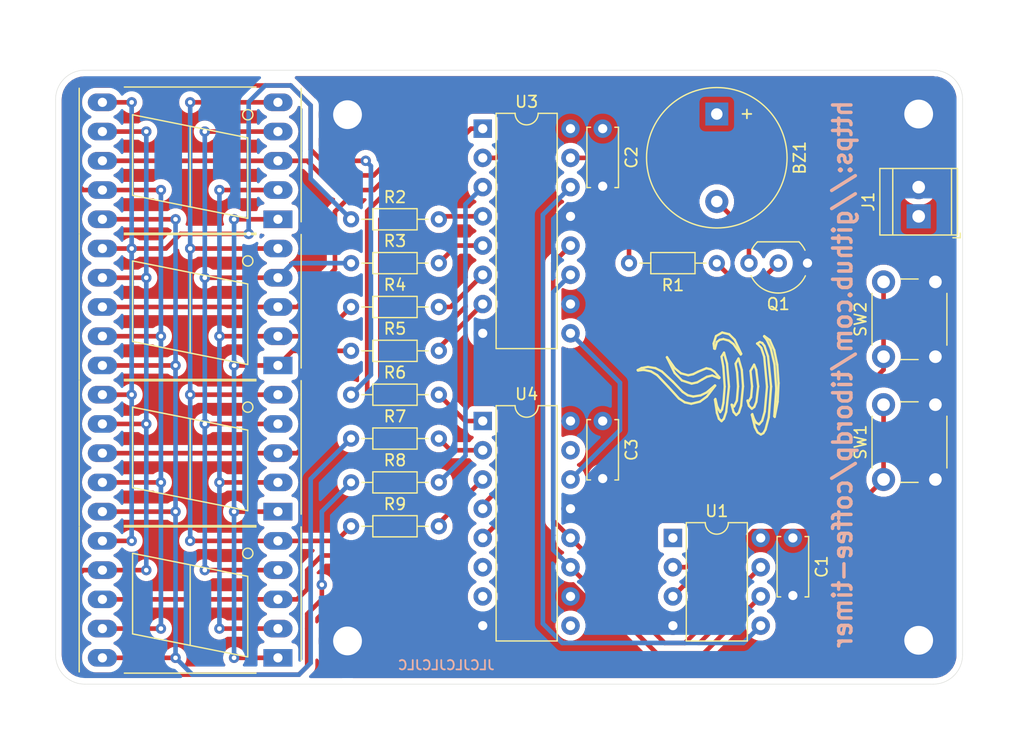
<source format=kicad_pcb>
(kicad_pcb (version 20171130) (host pcbnew "(5.1.8-0-10_14)")
  (title_block (title "Coffee Timer") (date 2021-01-07) (rev 1) (company "Tibor Djurica Potpara"))
  (layers (0 Front signal) (31 Back signal) (34 B.Paste user) (35 F.Paste user) (36 B.SilkS user) (37 F.SilkS user) (38 B.Mask user) (39 F.Mask user) (44 Edge.Cuts user))
  (net 0 "")
  (net 1 "Net-(BZ1-Pad2)")
  (net 2 VCC)
  (net 3 GND)
  (net 4 "Net-(Q1-Pad2)")
  (net 5 BUZZER_OUT)
  (net 6 LED_D)
  (net 7 LED_E)
  (net 8 LED_C)
  (net 9 LED_F)
  (net 10 LED_B)
  (net 11 LED_G)
  (net 12 LED_A)
  (net 13 BUTTON1_IN)
  (net 14 BUTTON2_IN)
  (net 15 LATCH_CLK)
  (net 16 SR_CLK)
  (net 17 SR_DATA)
  (net 18 LED_CAT_1)
  (net 19 LED_CAT_2)
  (net 20 LED_CAT_3)
  (net 21 LED_CAT_4)
  (net 22 "Net-(U3-Pad9)")
  (net 23 "Net-(U1-Pad1)")
  (net 24 "Net-(U4-Pad15)")
  (net 25 "Net-(U4-Pad7)")
  (net 26 "Net-(U4-Pad6)")
  (net 27 "Net-(U4-Pad9)")
  (net 28 LED_E_OUT)
  (net 29 LED_D_OUT)
  (net 30 LED_C_OUT)
  (net 31 LED_DP_OUT)
  (net 32 LED_B_OUT)
  (net 33 LED_A_OUT)
  (net 34 LED_F_OUT)
  (net 35 LED_G_OUT)
  (net 36 LED_DP)
  (module Package_TO_SOT_THT:TO-92_Inline_Wide (layer Front) (at 179.324 91.44 180)
    (fp_text reference Q1 (at 2.54 -3.56) (layer F.SilkS))
    (fp_text value PN2222A)
    (pad 1 thru_hole rect (at 0 0 180) (size 1.5 1.5) (drill 0.8) (layers *.Cu *.Mask) (net 3 GND))
    (pad 3 thru_hole circle (at 5.08 0 180) (size 1.5 1.5) (drill 0.8) (layers *.Cu *.Mask) (net 1 "Net-(BZ1-Pad2)"))
    (pad 2 thru_hole circle (at 2.54 0 180) (size 1.5 1.5) (drill 0.8) (layers *.Cu *.Mask) (net 4 "Net-(Q1-Pad2)"))
  )
  (module Button_Switch_THT:SW_PUSH_6mm (layer Front) (at 185.928 110.236 90)
    (fp_text reference SW1 (at 3.25 -2 90) (layer F.SilkS))
    (fp_text value SW_Push)
    (pad 1 thru_hole circle (at 6.5 0 180) (size 2 2) (drill 1.1) (layers *.Cu *.Mask) (net 13 BUTTON1_IN))
    (pad 2 thru_hole circle (at 6.5 4.5 180) (size 2 2) (drill 1.1) (layers *.Cu *.Mask) (net 3 GND))
    (pad 1 thru_hole circle (at 0 0 180) (size 2 2) (drill 1.1) (layers *.Cu *.Mask) (net 13 BUTTON1_IN))
    (pad 2 thru_hole circle (at 0 4.5 180) (size 2 2) (drill 1.1) (layers *.Cu *.Mask) (net 3 GND))
  )
  (module TerminalBlock_TE-Connectivity:TerminalBlock_TE_282834-2_1x02_P2.54mm_Horizontal (layer Front) (at 188.976 87.376 90)
    (fp_text reference J1 (at 1.27 -4.37 90) (layer F.SilkS))
    (fp_text value Screw_Terminal_01x02)
    (pad 2 thru_hole circle (at 2.54 0 90) (size 2.1 2.1) (drill 1.1) (layers *.Cu *.Mask) (net 3 GND))
    (pad 1 thru_hole rect (at 0 0 90) (size 2.1 2.1) (drill 1.1) (layers *.Cu *.Mask) (net 2 VCC))
  )
  (module Display_7Segment:7SegmentLED_LTS6760_LTS6780 (layer Front) (at 133.35 87.63 180)
    (fp_text reference AFF4 hide)
    (fp_text value LTS-6980HR)
    (pad 1 thru_hole rect (at 0 0 90) (size 1.524 2.524) (drill 0.8) (layers *.Cu *.Mask) (net 28 LED_E_OUT))
    (pad 2 thru_hole oval (at 0 2.54 90) (size 1.524 2.524) (drill 0.8) (layers *.Cu *.Mask) (net 29 LED_D_OUT))
    (pad 3 thru_hole oval (at 0 5.08 90) (size 1.524 2.524) (drill 0.8) (layers *.Cu *.Mask) (net 21 LED_CAT_4))
    (pad 4 thru_hole oval (at 0 7.62 90) (size 1.524 2.524) (drill 0.8) (layers *.Cu *.Mask) (net 30 LED_C_OUT))
    (pad 5 thru_hole oval (at 0 10.16 90) (size 1.524 2.524) (drill 0.8) (layers *.Cu *.Mask) (net 31 LED_DP_OUT))
    (pad 6 thru_hole oval (at 15.24 10.16 90) (size 1.524 2.524) (drill 0.8) (layers *.Cu *.Mask) (net 32 LED_B_OUT))
    (pad 7 thru_hole oval (at 15.24 7.62 90) (size 1.524 2.524) (drill 0.8) (layers *.Cu *.Mask) (net 33 LED_A_OUT))
    (pad 8 thru_hole oval (at 15.24 5.08 90) (size 1.524 2.524) (drill 0.8) (layers *.Cu *.Mask) (net 21 LED_CAT_4))
    (pad 9 thru_hole oval (at 15.24 2.54 90) (size 1.524 2.524) (drill 0.8) (layers *.Cu *.Mask) (net 34 LED_F_OUT))
    (pad 10 thru_hole oval (at 15.24 0 90) (size 1.524 2.524) (drill 0.8) (layers *.Cu *.Mask) (net 35 LED_G_OUT))
  )
  (module Display_7Segment:7SegmentLED_LTS6760_LTS6780 (layer Front) (at 133.35 100.33 180)
    (fp_text reference AFF3 hide)
    (fp_text value LTS-6980HR)
    (pad 1 thru_hole rect (at 0 0 90) (size 1.524 2.524) (drill 0.8) (layers *.Cu *.Mask) (net 28 LED_E_OUT))
    (pad 2 thru_hole oval (at 0 2.54 90) (size 1.524 2.524) (drill 0.8) (layers *.Cu *.Mask) (net 29 LED_D_OUT))
    (pad 3 thru_hole oval (at 0 5.08 90) (size 1.524 2.524) (drill 0.8) (layers *.Cu *.Mask) (net 20 LED_CAT_3))
    (pad 4 thru_hole oval (at 0 7.62 90) (size 1.524 2.524) (drill 0.8) (layers *.Cu *.Mask) (net 30 LED_C_OUT))
    (pad 5 thru_hole oval (at 0 10.16 90) (size 1.524 2.524) (drill 0.8) (layers *.Cu *.Mask) (net 31 LED_DP_OUT))
    (pad 6 thru_hole oval (at 15.24 10.16 90) (size 1.524 2.524) (drill 0.8) (layers *.Cu *.Mask) (net 32 LED_B_OUT))
    (pad 7 thru_hole oval (at 15.24 7.62 90) (size 1.524 2.524) (drill 0.8) (layers *.Cu *.Mask) (net 33 LED_A_OUT))
    (pad 8 thru_hole oval (at 15.24 5.08 90) (size 1.524 2.524) (drill 0.8) (layers *.Cu *.Mask) (net 20 LED_CAT_3))
    (pad 9 thru_hole oval (at 15.24 2.54 90) (size 1.524 2.524) (drill 0.8) (layers *.Cu *.Mask) (net 34 LED_F_OUT))
    (pad 10 thru_hole oval (at 15.24 0 90) (size 1.524 2.524) (drill 0.8) (layers *.Cu *.Mask) (net 35 LED_G_OUT))
  )
  (module Resistor_THT:R_Axial_DIN0204_L3.6mm_D1.6mm_P7.62mm_Horizontal (layer Front) (at 139.7 114.3)
    (fp_text reference R9 (at 3.81 -1.92) (layer F.SilkS))
    (fp_text value 220R)
    (pad 2 thru_hole oval (at 7.62 0) (size 1.4 1.4) (drill 0.7) (layers *.Cu *.Mask) (net 36 LED_DP))
    (pad 1 thru_hole circle (at 0 0) (size 1.4 1.4) (drill 0.7) (layers *.Cu *.Mask) (net 31 LED_DP_OUT))
  )
  (module Resistor_THT:R_Axial_DIN0204_L3.6mm_D1.6mm_P7.62mm_Horizontal (layer Front) (at 139.7 106.68)
    (fp_text reference R7 (at 3.81 -1.92) (layer F.SilkS))
    (fp_text value 220R)
    (pad 2 thru_hole oval (at 7.62 0) (size 1.4 1.4) (drill 0.7) (layers *.Cu *.Mask) (net 11 LED_G))
    (pad 1 thru_hole circle (at 0 0) (size 1.4 1.4) (drill 0.7) (layers *.Cu *.Mask) (net 35 LED_G_OUT))
  )
  (module Resistor_THT:R_Axial_DIN0204_L3.6mm_D1.6mm_P7.62mm_Horizontal (layer Front) (at 139.7 102.87)
    (fp_text reference R6 (at 3.81 -1.92) (layer F.SilkS))
    (fp_text value 220R)
    (pad 2 thru_hole oval (at 7.62 0) (size 1.4 1.4) (drill 0.7) (layers *.Cu *.Mask) (net 9 LED_F))
    (pad 1 thru_hole circle (at 0 0) (size 1.4 1.4) (drill 0.7) (layers *.Cu *.Mask) (net 34 LED_F_OUT))
  )
  (module Resistor_THT:R_Axial_DIN0204_L3.6mm_D1.6mm_P7.62mm_Horizontal (layer Front) (at 139.7 99.06)
    (fp_text reference R5 (at 3.81 -1.92) (layer F.SilkS))
    (fp_text value 220R)
    (pad 2 thru_hole oval (at 7.62 0) (size 1.4 1.4) (drill 0.7) (layers *.Cu *.Mask) (net 7 LED_E))
    (pad 1 thru_hole circle (at 0 0) (size 1.4 1.4) (drill 0.7) (layers *.Cu *.Mask) (net 28 LED_E_OUT))
  )
  (module Resistor_THT:R_Axial_DIN0204_L3.6mm_D1.6mm_P7.62mm_Horizontal (layer Front) (at 139.7 95.25)
    (fp_text reference R4 (at 3.81 -1.92) (layer F.SilkS))
    (fp_text value 220R)
    (pad 2 thru_hole oval (at 7.62 0) (size 1.4 1.4) (drill 0.7) (layers *.Cu *.Mask) (net 6 LED_D))
    (pad 1 thru_hole circle (at 0 0) (size 1.4 1.4) (drill 0.7) (layers *.Cu *.Mask) (net 29 LED_D_OUT))
  )
  (module Resistor_THT:R_Axial_DIN0204_L3.6mm_D1.6mm_P7.62mm_Horizontal (layer Front) (at 139.7 91.44)
    (fp_text reference R3 (at 3.81 -1.92) (layer F.SilkS))
    (fp_text value 220R)
    (pad 2 thru_hole oval (at 7.62 0) (size 1.4 1.4) (drill 0.7) (layers *.Cu *.Mask) (net 8 LED_C))
    (pad 1 thru_hole circle (at 0 0) (size 1.4 1.4) (drill 0.7) (layers *.Cu *.Mask) (net 30 LED_C_OUT))
  )
  (module Resistor_THT:R_Axial_DIN0204_L3.6mm_D1.6mm_P7.62mm_Horizontal (layer Front) (at 139.7 87.63)
    (fp_text reference R2 (at 3.81 -1.92) (layer F.SilkS))
    (fp_text value 220R)
    (pad 2 thru_hole oval (at 7.62 0) (size 1.4 1.4) (drill 0.7) (layers *.Cu *.Mask) (net 10 LED_B))
    (pad 1 thru_hole circle (at 0 0) (size 1.4 1.4) (drill 0.7) (layers *.Cu *.Mask) (net 32 LED_B_OUT))
  )
  (module Display_7Segment:7SegmentLED_LTS6760_LTS6780 (layer Front) (at 133.35 113.03 180)
    (fp_text reference AFF2 hide)
    (fp_text value LTS-6980HR)
    (pad 1 thru_hole rect (at 0 0 90) (size 1.524 2.524) (drill 0.8) (layers *.Cu *.Mask) (net 28 LED_E_OUT))
    (pad 2 thru_hole oval (at 0 2.54 90) (size 1.524 2.524) (drill 0.8) (layers *.Cu *.Mask) (net 29 LED_D_OUT))
    (pad 3 thru_hole oval (at 0 5.08 90) (size 1.524 2.524) (drill 0.8) (layers *.Cu *.Mask) (net 19 LED_CAT_2))
    (pad 4 thru_hole oval (at 0 7.62 90) (size 1.524 2.524) (drill 0.8) (layers *.Cu *.Mask) (net 30 LED_C_OUT))
    (pad 5 thru_hole oval (at 0 10.16 90) (size 1.524 2.524) (drill 0.8) (layers *.Cu *.Mask) (net 31 LED_DP_OUT))
    (pad 6 thru_hole oval (at 15.24 10.16 90) (size 1.524 2.524) (drill 0.8) (layers *.Cu *.Mask) (net 32 LED_B_OUT))
    (pad 7 thru_hole oval (at 15.24 7.62 90) (size 1.524 2.524) (drill 0.8) (layers *.Cu *.Mask) (net 33 LED_A_OUT))
    (pad 8 thru_hole oval (at 15.24 5.08 90) (size 1.524 2.524) (drill 0.8) (layers *.Cu *.Mask) (net 19 LED_CAT_2))
    (pad 9 thru_hole oval (at 15.24 2.54 90) (size 1.524 2.524) (drill 0.8) (layers *.Cu *.Mask) (net 34 LED_F_OUT))
    (pad 10 thru_hole oval (at 15.24 0 90) (size 1.524 2.524) (drill 0.8) (layers *.Cu *.Mask) (net 35 LED_G_OUT))
  )
  (module Display_7Segment:7SegmentLED_LTS6760_LTS6780 (layer Front) (at 133.35 125.73 180)
    (fp_text reference AFF1 hide)
    (fp_text value LTS-6980HR)
    (pad 1 thru_hole rect (at 0 0 90) (size 1.524 2.524) (drill 0.8) (layers *.Cu *.Mask) (net 28 LED_E_OUT))
    (pad 2 thru_hole oval (at 0 2.54 90) (size 1.524 2.524) (drill 0.8) (layers *.Cu *.Mask) (net 29 LED_D_OUT))
    (pad 3 thru_hole oval (at 0 5.08 90) (size 1.524 2.524) (drill 0.8) (layers *.Cu *.Mask) (net 18 LED_CAT_1))
    (pad 4 thru_hole oval (at 0 7.62 90) (size 1.524 2.524) (drill 0.8) (layers *.Cu *.Mask) (net 30 LED_C_OUT))
    (pad 5 thru_hole oval (at 0 10.16 90) (size 1.524 2.524) (drill 0.8) (layers *.Cu *.Mask) (net 31 LED_DP_OUT))
    (pad 6 thru_hole oval (at 15.24 10.16 90) (size 1.524 2.524) (drill 0.8) (layers *.Cu *.Mask) (net 32 LED_B_OUT))
    (pad 7 thru_hole oval (at 15.24 7.62 90) (size 1.524 2.524) (drill 0.8) (layers *.Cu *.Mask) (net 33 LED_A_OUT))
    (pad 8 thru_hole oval (at 15.24 5.08 90) (size 1.524 2.524) (drill 0.8) (layers *.Cu *.Mask) (net 18 LED_CAT_1))
    (pad 9 thru_hole oval (at 15.24 2.54 90) (size 1.524 2.524) (drill 0.8) (layers *.Cu *.Mask) (net 34 LED_F_OUT))
    (pad 10 thru_hole oval (at 15.24 0 90) (size 1.524 2.524) (drill 0.8) (layers *.Cu *.Mask) (net 35 LED_G_OUT))
  )
  (module Package_DIP:DIP-16_W7.62mm (layer Front) (at 151.13 79.756)
    (fp_text reference U3 (at 3.81 -2.33) (layer F.SilkS))
    (fp_text value 74HC595)
    (pad 16 thru_hole oval (at 7.62 0) (size 1.6 1.6) (drill 0.8) (layers *.Cu *.Mask) (net 2 VCC))
    (pad 8 thru_hole oval (at 0 17.78) (size 1.6 1.6) (drill 0.8) (layers *.Cu *.Mask) (net 3 GND))
    (pad 15 thru_hole oval (at 7.62 2.54) (size 1.6 1.6) (drill 0.8) (layers *.Cu *.Mask) (net 5 BUZZER_OUT))
    (pad 7 thru_hole oval (at 0 15.24) (size 1.6 1.6) (drill 0.8) (layers *.Cu *.Mask) (net 7 LED_E))
    (pad 14 thru_hole oval (at 7.62 5.08) (size 1.6 1.6) (drill 0.8) (layers *.Cu *.Mask) (net 17 SR_DATA))
    (pad 6 thru_hole oval (at 0 12.7) (size 1.6 1.6) (drill 0.8) (layers *.Cu *.Mask) (net 6 LED_D))
    (pad 13 thru_hole oval (at 7.62 7.62) (size 1.6 1.6) (drill 0.8) (layers *.Cu *.Mask) (net 3 GND))
    (pad 5 thru_hole oval (at 0 10.16) (size 1.6 1.6) (drill 0.8) (layers *.Cu *.Mask) (net 8 LED_C))
    (pad 12 thru_hole oval (at 7.62 10.16) (size 1.6 1.6) (drill 0.8) (layers *.Cu *.Mask) (net 15 LATCH_CLK))
    (pad 4 thru_hole oval (at 0 7.62) (size 1.6 1.6) (drill 0.8) (layers *.Cu *.Mask) (net 10 LED_B))
    (pad 11 thru_hole oval (at 7.62 12.7) (size 1.6 1.6) (drill 0.8) (layers *.Cu *.Mask) (net 16 SR_CLK))
    (pad 3 thru_hole oval (at 0 5.08) (size 1.6 1.6) (drill 0.8) (layers *.Cu *.Mask) (net 12 LED_A))
    (pad 10 thru_hole oval (at 7.62 15.24) (size 1.6 1.6) (drill 0.8) (layers *.Cu *.Mask) (net 2 VCC))
    (pad 2 thru_hole oval (at 0 2.54) (size 1.6 1.6) (drill 0.8) (layers *.Cu *.Mask) (net 19 LED_CAT_2))
    (pad 9 thru_hole oval (at 7.62 17.78) (size 1.6 1.6) (drill 0.8) (layers *.Cu *.Mask) (net 22 "Net-(U3-Pad9)"))
    (pad 1 thru_hole rect (at 0 0) (size 1.6 1.6) (drill 0.8) (layers *.Cu *.Mask) (net 18 LED_CAT_1))
  )
  (module MountingHole:MountingHole_2.5mm_Pad_TopBottom (layer Front) (at 139.390175 78.541825)
    (fp_text reference H4 hide)
    (fp_text value MountingHole_Pad)
    (pad 1 connect circle (at 0 0) (size 5 5) (layers Back B.Mask) (net 3 GND))
    (pad 1 connect circle (at 0 0) (size 5 5) (layers Front F.Mask) (net 3 GND))
    (pad 1 thru_hole circle (at 0 0) (size 2.9 2.9) (drill 2.5) (layers *.Cu *.Mask) (net 3 GND))
  )
  (module MountingHole:MountingHole_2.5mm_Pad_TopBottom (layer Front) (at 188.976 78.486)
    (fp_text reference H3 hide)
    (fp_text value MountingHole_Pad)
    (pad 1 connect circle (at 0 0) (size 5 5) (layers Back B.Mask) (net 3 GND))
    (pad 1 connect circle (at 0 0) (size 5 5) (layers Front F.Mask) (net 3 GND))
    (pad 1 thru_hole circle (at 0 0) (size 2.9 2.9) (drill 2.5) (layers *.Cu *.Mask) (net 3 GND))
  )
  (module MountingHole:MountingHole_2.5mm_Pad_TopBottom (layer Front) (at 139.390175 124.261825)
    (fp_text reference H2 hide)
    (fp_text value MountingHole_Pad)
    (pad 1 connect circle (at 0 0) (size 5 5) (layers Back B.Mask) (net 3 GND))
    (pad 1 connect circle (at 0 0) (size 5 5) (layers Front F.Mask) (net 3 GND))
    (pad 1 thru_hole circle (at 0 0) (size 2.9 2.9) (drill 2.5) (layers *.Cu *.Mask) (net 3 GND))
  )
  (module MountingHole:MountingHole_2.5mm_Pad_TopBottom (layer Front) (at 188.976 124.206)
    (fp_text reference H1 hide)
    (fp_text value MountingHole_Pad)
    (pad 1 connect circle (at 0 0) (size 5 5) (layers Back B.Mask) (net 3 GND))
    (pad 1 connect circle (at 0 0) (size 5 5) (layers Front F.Mask) (net 3 GND))
    (pad 1 thru_hole circle (at 0 0) (size 2.9 2.9) (drill 2.5) (layers *.Cu *.Mask) (net 3 GND))
  )
  (module Resistor_THT:R_Axial_DIN0204_L3.6mm_D1.6mm_P7.62mm_Horizontal (layer Front) (at 139.7 110.49)
    (fp_text reference R8 (at 3.81 -1.92) (layer F.SilkS))
    (fp_text value 220R)
    (pad 2 thru_hole oval (at 7.62 0) (size 1.4 1.4) (drill 0.7) (layers *.Cu *.Mask) (net 12 LED_A))
    (pad 1 thru_hole circle (at 0 0) (size 1.4 1.4) (drill 0.7) (layers *.Cu *.Mask) (net 33 LED_A_OUT))
  )
  (module Resistor_THT:R_Axial_DIN0204_L3.6mm_D1.6mm_P7.62mm_Horizontal (layer Front) (at 171.45 91.44 180)
    (fp_text reference R1 (at 3.81 -1.92) (layer F.SilkS))
    (fp_text value 100R)
    (pad 2 thru_hole oval (at 7.62 0 180) (size 1.4 1.4) (drill 0.7) (layers *.Cu *.Mask) (net 5 BUZZER_OUT))
    (pad 1 thru_hole circle (at 0 0 180) (size 1.4 1.4) (drill 0.7) (layers *.Cu *.Mask) (net 4 "Net-(Q1-Pad2)"))
  )
  (module Package_DIP:DIP-16_W7.62mm (layer Front) (at 151.13 105.156)
    (fp_text reference U4 (at 3.81 -2.33) (layer F.SilkS))
    (fp_text value 74HC595)
    (pad 16 thru_hole oval (at 7.62 0) (size 1.6 1.6) (drill 0.8) (layers *.Cu *.Mask) (net 2 VCC))
    (pad 8 thru_hole oval (at 0 17.78) (size 1.6 1.6) (drill 0.8) (layers *.Cu *.Mask) (net 3 GND))
    (pad 15 thru_hole oval (at 7.62 2.54) (size 1.6 1.6) (drill 0.8) (layers *.Cu *.Mask) (net 24 "Net-(U4-Pad15)"))
    (pad 7 thru_hole oval (at 0 15.24) (size 1.6 1.6) (drill 0.8) (layers *.Cu *.Mask) (net 25 "Net-(U4-Pad7)"))
    (pad 14 thru_hole oval (at 7.62 5.08) (size 1.6 1.6) (drill 0.8) (layers *.Cu *.Mask) (net 22 "Net-(U3-Pad9)"))
    (pad 6 thru_hole oval (at 0 12.7) (size 1.6 1.6) (drill 0.8) (layers *.Cu *.Mask) (net 26 "Net-(U4-Pad6)"))
    (pad 13 thru_hole oval (at 7.62 7.62) (size 1.6 1.6) (drill 0.8) (layers *.Cu *.Mask) (net 3 GND))
    (pad 5 thru_hole oval (at 0 10.16) (size 1.6 1.6) (drill 0.8) (layers *.Cu *.Mask) (net 21 LED_CAT_4))
    (pad 12 thru_hole oval (at 7.62 10.16) (size 1.6 1.6) (drill 0.8) (layers *.Cu *.Mask) (net 15 LATCH_CLK))
    (pad 4 thru_hole oval (at 0 7.62) (size 1.6 1.6) (drill 0.8) (layers *.Cu *.Mask) (net 20 LED_CAT_3))
    (pad 11 thru_hole oval (at 7.62 12.7) (size 1.6 1.6) (drill 0.8) (layers *.Cu *.Mask) (net 16 SR_CLK))
    (pad 3 thru_hole oval (at 0 5.08) (size 1.6 1.6) (drill 0.8) (layers *.Cu *.Mask) (net 36 LED_DP))
    (pad 10 thru_hole oval (at 7.62 15.24) (size 1.6 1.6) (drill 0.8) (layers *.Cu *.Mask) (net 2 VCC))
    (pad 2 thru_hole oval (at 0 2.54) (size 1.6 1.6) (drill 0.8) (layers *.Cu *.Mask) (net 11 LED_G))
    (pad 9 thru_hole oval (at 7.62 17.78) (size 1.6 1.6) (drill 0.8) (layers *.Cu *.Mask) (net 27 "Net-(U4-Pad9)"))
    (pad 1 thru_hole rect (at 0 0) (size 1.6 1.6) (drill 0.8) (layers *.Cu *.Mask) (net 9 LED_F))
  )
  (module Package_DIP:DIP-8_W7.62mm (layer Front) (at 167.64 115.316)
    (fp_text reference U1 (at 3.81 -2.33) (layer F.SilkS))
    (fp_text value ATtiny85-20PU)
    (pad 8 thru_hole oval (at 7.62 0) (size 1.6 1.6) (drill 0.8) (layers *.Cu *.Mask) (net 2 VCC))
    (pad 4 thru_hole oval (at 0 7.62) (size 1.6 1.6) (drill 0.8) (layers *.Cu *.Mask) (net 3 GND))
    (pad 7 thru_hole oval (at 7.62 2.54) (size 1.6 1.6) (drill 0.8) (layers *.Cu *.Mask) (net 15 LATCH_CLK))
    (pad 3 thru_hole oval (at 0 5.08) (size 1.6 1.6) (drill 0.8) (layers *.Cu *.Mask) (net 13 BUTTON1_IN))
    (pad 6 thru_hole oval (at 7.62 5.08) (size 1.6 1.6) (drill 0.8) (layers *.Cu *.Mask) (net 16 SR_CLK))
    (pad 2 thru_hole oval (at 0 2.54) (size 1.6 1.6) (drill 0.8) (layers *.Cu *.Mask) (net 14 BUTTON2_IN))
    (pad 5 thru_hole oval (at 7.62 7.62) (size 1.6 1.6) (drill 0.8) (layers *.Cu *.Mask) (net 17 SR_DATA))
    (pad 1 thru_hole rect (at 0 0) (size 1.6 1.6) (drill 0.8) (layers *.Cu *.Mask) (net 23 "Net-(U1-Pad1)"))
  )
  (module Button_Switch_THT:SW_PUSH_6mm (layer Front) (at 185.928 99.568 90)
    (fp_text reference SW2 (at 3.25 -2 90) (layer F.SilkS))
    (fp_text value SW_Push)
    (pad 1 thru_hole circle (at 6.5 0 180) (size 2 2) (drill 1.1) (layers *.Cu *.Mask) (net 14 BUTTON2_IN))
    (pad 2 thru_hole circle (at 6.5 4.5 180) (size 2 2) (drill 1.1) (layers *.Cu *.Mask) (net 3 GND))
    (pad 1 thru_hole circle (at 0 0 180) (size 2 2) (drill 1.1) (layers *.Cu *.Mask) (net 14 BUTTON2_IN))
    (pad 2 thru_hole circle (at 0 4.5 180) (size 2 2) (drill 1.1) (layers *.Cu *.Mask) (net 3 GND))
  )
  (module Capacitor_THT:C_Disc_D5.0mm_W2.5mm_P5.00mm (layer Front) (at 161.544 105.156 270)
    (fp_text reference C3 (at 2.5 -2.5 90) (layer F.SilkS))
    (fp_text value 100n)
    (pad 2 thru_hole circle (at 5 0 270) (size 1.6 1.6) (drill 0.8) (layers *.Cu *.Mask) (net 3 GND))
    (pad 1 thru_hole circle (at 0 0 270) (size 1.6 1.6) (drill 0.8) (layers *.Cu *.Mask) (net 2 VCC))
  )
  (module Capacitor_THT:C_Disc_D5.0mm_W2.5mm_P5.00mm (layer Front) (at 161.544 79.756 270)
    (fp_text reference C2 (at 2.5 -2.5 90) (layer F.SilkS))
    (fp_text value 100n)
    (pad 2 thru_hole circle (at 5 0 270) (size 1.6 1.6) (drill 0.8) (layers *.Cu *.Mask) (net 3 GND))
    (pad 1 thru_hole circle (at 0 0 270) (size 1.6 1.6) (drill 0.8) (layers *.Cu *.Mask) (net 2 VCC))
  )
  (module Capacitor_THT:C_Disc_D5.0mm_W2.5mm_P5.00mm (layer Front) (at 178.054 115.316 270)
    (fp_text reference C1 (at 2.5 -2.5 90) (layer F.SilkS))
    (fp_text value 100n)
    (pad 2 thru_hole circle (at 5 0 270) (size 1.6 1.6) (drill 0.8) (layers *.Cu *.Mask) (net 3 GND))
    (pad 1 thru_hole circle (at 0 0 270) (size 1.6 1.6) (drill 0.8) (layers *.Cu *.Mask) (net 2 VCC))
  )
  (module Buzzer_Beeper:Buzzer_12x9.5RM7.6 (layer Front) (at 171.45 78.486 270)
    (fp_text reference BZ1 (at 3.8 -7.2 90) (layer F.SilkS))
    (fp_text value Buzzer)
    (fp_text user + (at -0.01 -2.54 90) (layer F.SilkS))
    (pad 2 thru_hole circle (at 7.6 0 270) (size 2 2) (drill 1) (layers *.Cu *.Mask) (net 1 "Net-(BZ1-Pad2)"))
    (pad 1 thru_hole rect (at 0 0 270) (size 2 2) (drill 1) (layers *.Cu *.Mask) (net 2 VCC))
  )
  (gr_text JLCJLCJLCJLC (at 147.955 126.365) (layer B.SilkS) (effects (font (size 0.8128 0.8128) (thickness 0.1524)) (justify mirror)))
  (gr_text https://github.com/tibordp/coffee-timer (at 182.372 101.092 90) (layer B.SilkS) (effects (font (size 1.6 1.5) (thickness 0.3)) (justify mirror)))
  (gr_line (start 176.436505 98.999083) (end 176.047113 98.120847) (layer F.SilkS) (width 0.2))
  (gr_line (start 176.704345 100.290119) (end 176.436505 98.999083) (layer F.SilkS) (width 0.2))
  (gr_line (start 176.812204 101.868503) (end 176.704345 100.290119) (layer F.SilkS) (width 0.2))
  (gr_line (start 176.733851 103.480249) (end 176.812204 101.868503) (layer F.SilkS) (width 0.2))
  (gr_line (start 176.47801 104.797253) (end 176.733851 103.480249) (layer F.SilkS) (width 0.2))
  (gr_line (start 176.439352 104.738426) (end 176.47801 104.797253) (layer F.SilkS) (width 0.2))
  (gr_line (start 176.615832 102.360406) (end 176.439352 104.738426) (layer F.SilkS) (width 0.2))
  (gr_line (start 176.458456 100.219817) (end 176.615832 102.360406) (layer F.SilkS) (width 0.2))
  (gr_line (start 176.136758 98.850659) (end 176.458456 100.219817) (layer F.SilkS) (width 0.2))
  (gr_line (start 175.789246 98.09653) (end 176.136758 98.850659) (layer F.SilkS) (width 0.2))
  (gr_line (start 175.554422 97.801026) (end 175.789246 98.09653) (layer F.SilkS) (width 0.2))
  (gr_line (start 174.531914 104.560541) (end 174.493012 104.619366) (layer F.SilkS) (width 0.2))
  (gr_line (start 174.686769 105.003005) (end 174.531914 104.560541) (layer F.SilkS) (width 0.2))
  (gr_line (start 174.871892 105.307199) (end 174.686769 105.003005) (layer F.SilkS) (width 0.2))
  (gr_line (start 175.121306 105.445469) (end 174.871892 105.307199) (layer F.SilkS) (width 0.2))
  (gr_line (start 175.389628 105.129275) (end 175.121306 105.445469) (layer F.SilkS) (width 0.2))
  (gr_line (start 175.613393 104.330494) (end 175.389628 105.129275) (layer F.SilkS) (width 0.2))
  (gr_line (start 175.809605 102.183969) (end 175.613393 104.330494) (layer F.SilkS) (width 0.2))
  (gr_line (start 175.567244 99.573467) (end 175.809605 102.183969) (layer F.SilkS) (width 0.2))
  (gr_line (start 175.310237 98.799426) (end 175.567244 99.573467) (layer F.SilkS) (width 0.2))
  (gr_line (start 174.120171 103.421813) (end 174.240441 103.837222) (layer F.SilkS) (width 0.2))
  (gr_line (start 174.11876 103.384556) (end 174.120171 103.421813) (layer F.SilkS) (width 0.2))
  (gr_line (start 172.74473 103.73585) (end 172.74473 103.756007) (layer F.SilkS) (width 0.2))
  (gr_line (start 172.941101 103.893843) (end 172.74473 103.73585) (layer F.SilkS) (width 0.2))
  (gr_line (start 173.191967 103.380454) (end 172.941101 103.893843) (layer F.SilkS) (width 0.2))
  (gr_line (start 173.295464 102.145273) (end 173.191967 103.380454) (layer F.SilkS) (width 0.2))
  (gr_line (start 173.216776 100.912219) (end 173.295464 102.145273) (layer F.SilkS) (width 0.2))
  (gr_line (start 173.078924 100.180443) (end 173.216776 100.912219) (layer F.SilkS) (width 0.2))
  (gr_line (start 173.334122 99.728595) (end 173.078924 100.180443) (layer F.SilkS) (width 0.2))
  (gr_line (start 173.61884 100.715875) (end 173.334122 99.728595) (layer F.SilkS) (width 0.2))
  (gr_line (start 173.727143 102.145265) (end 173.61884 100.715875) (layer F.SilkS) (width 0.2))
  (gr_line (start 173.557766 103.83521) (end 173.727143 102.145265) (layer F.SilkS) (width 0.2))
  (gr_line (start 173.370827 104.416778) (end 173.557766 103.83521) (layer F.SilkS) (width 0.2))
  (gr_line (start 173.137751 104.640935) (end 173.370827 104.416778) (layer F.SilkS) (width 0.2))
  (gr_line (start 172.904667 104.375423) (end 173.137751 104.640935) (layer F.SilkS) (width 0.2))
  (gr_line (start 172.74473 103.756007) (end 172.904667 104.375423) (layer F.SilkS) (width 0.2))
  (gr_line (start 171.329238 103.245322) (end 171.2903 103.304159) (layer F.SilkS) (width 0.2))
  (gr_line (start 171.47653 103.903736) (end 171.329238 103.245322) (layer F.SilkS) (width 0.2))
  (gr_line (start 171.742148 104.385732) (end 171.47653 103.903736) (layer F.SilkS) (width 0.2))
  (gr_line (start 171.902791 104.15196) (end 171.742148 104.385732) (layer F.SilkS) (width 0.2))
  (gr_line (start 172.026866 103.577315) (end 171.902791 104.15196) (layer F.SilkS) (width 0.2))
  (gr_line (start 172.135169 102.165432) (end 172.026866 103.577315) (layer F.SilkS) (width 0.2))
  (gr_line (start 172.019537 100.441099) (end 172.135169 102.165432) (layer F.SilkS) (width 0.2))
  (gr_line (start 171.859802 99.570872) (end 172.019537 100.441099) (layer F.SilkS) (width 0.2))
  (gr_line (start 172.076342 99.216509) (end 171.859802 99.570872) (layer F.SilkS) (width 0.2))
  (gr_line (start 172.336285 100.160488) (end 172.076342 99.216509) (layer F.SilkS) (width 0.2))
  (gr_line (start 172.508021 102.164029) (end 172.336285 100.160488) (layer F.SilkS) (width 0.2))
  (gr_line (start 172.265127 104.353523) (end 172.508021 102.164029) (layer F.SilkS) (width 0.2))
  (gr_line (start 172.063345 104.958741) (end 172.265127 104.353523) (layer F.SilkS) (width 0.2))
  (gr_line (start 171.859802 105.171499) (end 172.063345 104.958741) (layer F.SilkS) (width 0.2))
  (gr_line (start 171.63528 104.962623) (end 171.859802 105.171499) (layer F.SilkS) (width 0.2))
  (gr_line (start 171.464255 104.458884) (end 171.63528 104.962623) (layer F.SilkS) (width 0.2))
  (gr_line (start 171.2903 103.304159) (end 171.464255 104.458884) (layer F.SilkS) (width 0.2))
  (gr_line (start 171.171205 98.430469) (end 171.171245 98.430469) (layer F.SilkS) (width 0.2))
  (gr_line (start 171.383017 97.779944) (end 171.171205 98.430469) (layer F.SilkS) (width 0.2))
  (gr_line (start 171.918605 97.468269) (end 171.383017 97.779944) (layer F.SilkS) (width 0.2))
  (gr_line (start 172.522269 97.61894) (end 171.918605 97.468269) (layer F.SilkS) (width 0.2))
  (gr_line (start 173.002196 98.09711) (end 172.522269 97.61894) (layer F.SilkS) (width 0.2))
  (gr_line (start 173.569433 99.3154) (end 173.002196 98.09711) (layer F.SilkS) (width 0.2))
  (gr_line (start 173.530775 99.374227) (end 173.569433 99.3154) (layer F.SilkS) (width 0.2))
  (gr_line (start 172.899463 98.47739) (end 173.530775 99.374227) (layer F.SilkS) (width 0.2))
  (gr_line (start 172.499826 98.171727) (end 172.899463 98.47739) (layer F.SilkS) (width 0.2))
  (gr_line (start 172.017515 98.037727) (end 172.499826 98.171727) (layer F.SilkS) (width 0.2))
  (gr_line (start 171.702178 98.100513) (end 172.017515 98.037727) (layer F.SilkS) (width 0.2))
  (gr_line (start 171.454741 98.290599) (end 171.702178 98.100513) (layer F.SilkS) (width 0.2))
  (gr_line (start 171.288899 98.882316) (end 171.454741 98.290599) (layer F.SilkS) (width 0.2))
  (gr_line (start 171.230072 98.862428) (end 171.288899 98.882316) (layer F.SilkS) (width 0.2))
  (gr_line (start 171.171245 98.430469) (end 171.230072 98.862428) (layer F.SilkS) (width 0.2))
  (gr_line (start 167.123935 99.609535) (end 167.123935 99.629699) (layer F.SilkS) (width 0.2))
  (gr_line (start 167.797419 100.565532) (end 167.123935 99.609535) (layer F.SilkS) (width 0.2))
  (gr_line (start 168.334563 101.011006) (end 167.797419 100.565532) (layer F.SilkS) (width 0.2))
  (gr_line (start 168.971105 101.181615) (end 168.334563 101.011006) (layer F.SilkS) (width 0.2))
  (gr_line (start 169.401894 101.086371) (end 168.971105 101.181615) (layer F.SilkS) (width 0.2))
  (gr_line (start 174.711587 103.921641) (end 174.886178 103.478629) (layer F.SilkS) (width 0.2))
  (gr_line (start 174.493022 104.090201) (end 174.711587 103.921641) (layer F.SilkS) (width 0.2))
  (gr_line (start 174.240441 103.837222) (end 174.493022 104.090201) (layer F.SilkS) (width 0.2))
  (gr_line (start 169.750433 101.798073) (end 170.175479 101.555026) (layer F.SilkS) (width 0.2))
  (gr_line (start 169.266645 101.908549) (end 169.750433 101.798073) (layer F.SilkS) (width 0.2))
  (gr_line (start 168.420352 101.632551) (end 169.266645 101.908549) (layer F.SilkS) (width 0.2))
  (gr_line (start 167.789752 100.98265) (end 168.420352 101.632551) (layer F.SilkS) (width 0.2))
  (gr_line (start 167.123935 99.629699) (end 167.789752 100.98265) (layer F.SilkS) (width 0.2))
  (gr_line (start 164.588202 100.731172) (end 164.588205 100.731169) (layer F.SilkS) (width 0.2))
  (gr_line (start 164.913415 100.555678) (end 164.588202 100.731172) (layer F.SilkS) (width 0.2))
  (gr_line (start 165.47313 100.454405) (end 164.913415 100.555678) (layer F.SilkS) (width 0.2))
  (gr_line (start 166.123365 100.565024) (end 165.47313 100.454405) (layer F.SilkS) (width 0.2))
  (gr_line (start 166.687175 100.856654) (end 166.123365 100.565024) (layer F.SilkS) (width 0.2))
  (gr_line (start 167.637496 101.7416) (end 166.687175 100.856654) (layer F.SilkS) (width 0.2))
  (gr_line (start 168.488047 102.626547) (end 167.637496 101.7416) (layer F.SilkS) (width 0.2))
  (gr_line (start 168.927143 102.918177) (end 168.488047 102.626547) (layer F.SilkS) (width 0.2))
  (gr_line (start 169.40278 103.028795) (end 168.927143 102.918177) (layer F.SilkS) (width 0.2))
  (gr_line (start 170.043187 102.928061) (end 169.40278 103.028795) (layer F.SilkS) (width 0.2))
  (gr_line (start 170.559899 102.679984) (end 170.043187 102.928061) (layer F.SilkS) (width 0.2))
  (gr_line (start 164.608093 100.769827) (end 165.1 100.711) (layer F.SilkS) (width 0.2))
  (gr_line (start 164.588205 100.731169) (end 164.608093 100.769827) (layer F.SilkS) (width 0.2))
  (gr_line (start 174.760714 105.702766) (end 174.993065 106.147586) (layer F.SilkS) (width 0.2))
  (gr_line (start 174.493012 104.619366) (end 174.760714 105.702766) (layer F.SilkS) (width 0.2))
  (gr_line (start 174.118771 103.384558) (end 174.11876 103.384556) (layer F.SilkS) (width 0.2))
  (gr_line (start 174.217656 103.443385) (end 174.118771 103.384558) (layer F.SilkS) (width 0.2))
  (gr_line (start 174.424587 103.089766) (end 174.217656 103.443385) (layer F.SilkS) (width 0.2))
  (gr_line (start 174.513192 102.146665) (end 174.424587 103.089766) (layer F.SilkS) (width 0.2))
  (gr_line (start 169.808776 100.876834) (end 169.401894 101.086371) (layer F.SilkS) (width 0.2))
  (gr_line (start 170.543185 100.572054) (end 169.808776 100.876834) (layer F.SilkS) (width 0.2))
  (gr_line (start 170.917579 100.656432) (end 170.543185 100.572054) (layer F.SilkS) (width 0.2))
  (gr_line (start 171.23857 100.864223) (end 170.917579 100.656432) (layer F.SilkS) (width 0.2))
  (gr_line (start 171.683315 101.377985) (end 171.23857 100.864223) (layer F.SilkS) (width 0.2))
  (gr_line (start 171.644657 101.436812) (end 171.683315 101.377985) (layer F.SilkS) (width 0.2))
  (gr_line (start 171.055265 101.201503) (end 171.644657 101.436812) (layer F.SilkS) (width 0.2))
  (gr_line (start 170.593263 101.311979) (end 171.055265 101.201503) (layer F.SilkS) (width 0.2))
  (gr_line (start 170.175479 101.555026) (end 170.593263 101.311979) (layer F.SilkS) (width 0.2))
  (gr_line (start 174.375368 100.810165) (end 174.513192 102.146665) (layer F.SilkS) (width 0.2))
  (gr_line (start 174.689674 100.259151) (end 174.375368 100.810165) (layer F.SilkS) (width 0.2))
  (gr_line (start 174.874245 100.715456) (end 174.689674 100.259151) (layer F.SilkS) (width 0.2))
  (gr_line (start 175.043757 102.145261) (end 174.874245 100.715456) (layer F.SilkS) (width 0.2))
  (gr_line (start 174.886178 103.478629) (end 175.043757 102.145261) (layer F.SilkS) (width 0.2))
  (gr_line (start 171.28889 102.066552) (end 170.559899 102.679984) (layer F.SilkS) (width 0.2))
  (gr_line (start 171.30906 102.08644) (end 171.28889 102.066552) (layer F.SilkS) (width 0.2))
  (gr_line (start 170.584613 103.034371) (end 171.30906 102.08644) (layer F.SilkS) (width 0.2))
  (gr_line (start 169.98581 103.473591) (end 170.584613 103.034371) (layer F.SilkS) (width 0.2))
  (gr_line (start 169.22658 103.65852) (end 169.98581 103.473591) (layer F.SilkS) (width 0.2))
  (gr_line (start 175.574594 97.780863) (end 175.554422 97.801026) (layer F.SilkS) (width 0.2))
  (gr_line (start 176.047113 98.120847) (end 175.574594 97.780863) (layer F.SilkS) (width 0.2))
  (gr_line (start 174.984918 98.450649) (end 175.310237 98.799426) (layer F.SilkS) (width 0.2))
  (gr_line (start 174.94626 98.430479) (end 174.984918 98.450649) (layer F.SilkS) (width 0.2))
  (gr_line (start 175.181568 98.292936) (end 174.94626 98.430479) (layer F.SilkS) (width 0.2))
  (gr_line (start 175.397968 98.378561) (end 175.181568 98.292936) (layer F.SilkS) (width 0.2))
  (gr_line (start 175.589406 98.632367) (end 175.397968 98.378561) (layer F.SilkS) (width 0.2))
  (gr_line (start 175.89383 99.535737) (end 175.589406 98.632367) (layer F.SilkS) (width 0.2))
  (gr_line (start 176.163981 102.164036) (end 175.89383 99.535737) (layer F.SilkS) (width 0.2))
  (gr_line (start 175.957633 104.837072) (end 176.163981 102.164036) (layer F.SilkS) (width 0.2))
  (gr_line (start 175.677306 105.894839) (end 175.957633 104.837072) (layer F.SilkS) (width 0.2))
  (gr_line (start 175.492912 106.210389) (end 175.677306 105.894839) (layer F.SilkS) (width 0.2))
  (gr_line (start 175.279054 106.328997) (end 175.492912 106.210389) (layer F.SilkS) (width 0.2))
  (gr_line (start 174.993065 106.147586) (end 175.279054 106.328997) (layer F.SilkS) (width 0.2))
  (gr_line (start 168.665537 103.531868) (end 169.22658 103.65852) (layer F.SilkS) (width 0.2))
  (gr_line (start 168.161675 103.19797) (end 168.665537 103.531868) (layer F.SilkS) (width 0.2))
  (gr_line (start 167.236974 102.18476) (end 168.161675 103.19797) (layer F.SilkS) (width 0.2))
  (gr_line (start 166.275431 101.17155) (end 167.236974 102.18476) (layer F.SilkS) (width 0.2))
  (gr_line (start 165.725517 100.837651) (end 166.275431 101.17155) (layer F.SilkS) (width 0.2))
  (gr_line (start 165.1 100.711) (end 165.725517 100.837651) (layer F.SilkS) (width 0.2))
  (gr_line (start 114.046 77.216) (end 114.046 125.476) (layer Edge.Cuts) (width 0.0381))
  (gr_arc (start 116.586 125.476) (end 114.046 125.476) (angle -90) (layer Edge.Cuts) (width 0.0381))
  (gr_arc (start 116.586 77.216) (end 116.586 74.676) (angle -90) (layer Edge.Cuts) (width 0.0381))
  (gr_line (start 190.246 74.676) (end 116.586 74.676) (layer Edge.Cuts) (width 0.0381))
  (gr_arc (start 190.246 77.216) (end 192.786 77.216) (angle -90) (layer Edge.Cuts) (width 0.0381))
  (gr_line (start 192.786 125.476) (end 192.786 77.216) (layer Edge.Cuts) (width 0.0381))
  (gr_arc (start 190.246 125.476) (end 190.246 128.016) (angle -90) (layer Edge.Cuts) (width 0.0381))
  (gr_line (start 190.246 128.016) (end 116.586 128.016) (layer Edge.Cuts) (width 0.0381))
  (segment (start 174.244 88.88) (end 171.45 86.086) (width 0.4) (layer Front) (net 1))
  (segment (start 174.244 91.44) (end 174.244 88.88) (width 0.4) (layer Front) (net 1))
  (segment (start 172.900001 92.890001) (end 175.333999 92.890001) (width 0.4) (layer Front) (net 4))
  (segment (start 175.333999 92.890001) (end 176.784 91.44) (width 0.4) (layer Front) (net 4))
  (segment (start 171.45 91.44) (end 172.900001 92.890001) (width 0.4) (layer Front) (net 4))
  (segment (start 163.83 84.821998) (end 163.83 91.44) (width 0.4) (layer Front) (net 5))
  (segment (start 161.304002 82.296) (end 163.83 84.821998) (width 0.4) (layer Front) (net 5))
  (segment (start 158.75 82.296) (end 161.304002 82.296) (width 0.4) (layer Front) (net 5))
  (segment (start 148.336 95.25) (end 147.32 95.25) (width 0.4) (layer Front) (net 6))
  (segment (start 151.13 92.456) (end 148.336 95.25) (width 0.4) (layer Front) (net 6))
  (segment (start 147.32 98.806) (end 147.32 99.06) (width 0.4) (layer Front) (net 7))
  (segment (start 151.13 94.996) (end 147.32 98.806) (width 0.4) (layer Front) (net 7))
  (segment (start 148.844 89.916) (end 147.32 91.44) (width 0.4) (layer Front) (net 8))
  (segment (start 151.13 89.916) (end 148.844 89.916) (width 0.4) (layer Front) (net 8))
  (segment (start 151.13 104.775) (end 151.13 105.156) (width 0.4) (layer Front) (net 9))
  (segment (start 149.606 105.156) (end 147.32 102.87) (width 0.4) (layer Front) (net 9))
  (segment (start 151.13 105.156) (end 149.606 105.156) (width 0.4) (layer Front) (net 9))
  (segment (start 147.574 87.376) (end 147.32 87.63) (width 0.4) (layer Front) (net 10))
  (segment (start 151.13 87.376) (end 147.574 87.376) (width 0.4) (layer Front) (net 10))
  (segment (start 148.336 107.696) (end 147.32 106.68) (width 0.4) (layer Front) (net 11))
  (segment (start 151.13 107.696) (end 148.336 107.696) (width 0.4) (layer Front) (net 11))
  (segment (start 149.629999 108.180001) (end 147.32 110.49) (width 0.4) (layer Back) (net 12))
  (segment (start 149.629999 86.336001) (end 149.629999 108.180001) (width 0.4) (layer Back) (net 12))
  (segment (start 151.13 84.836) (end 149.629999 86.336001) (width 0.4) (layer Back) (net 12))
  (segment (start 182.348001 113.815999) (end 185.928 110.236) (width 0.4) (layer Front) (net 13))
  (segment (start 174.220001 113.815999) (end 182.348001 113.815999) (width 0.4) (layer Front) (net 13))
  (segment (start 167.64 120.396) (end 174.220001 113.815999) (width 0.4) (layer Front) (net 13))
  (segment (start 185.928 110.236) (end 185.928 103.736) (width 0.4) (layer Front) (net 13))
  (segment (start 185.928 100.69937) (end 185.928 99.568) (width 0.4) (layer Front) (net 14))
  (segment (start 168.77137 117.856) (end 185.928 100.69937) (width 0.4) (layer Front) (net 14))
  (segment (start 167.64 117.856) (end 168.77137 117.856) (width 0.4) (layer Front) (net 14))
  (segment (start 185.928 99.568) (end 185.928 93.068) (width 0.4) (layer Front) (net 14))
  (segment (start 160.250001 116.816001) (end 158.75 115.316) (width 0.4) (layer Front) (net 15))
  (segment (start 160.250001 117.766003) (end 160.250001 116.816001) (width 0.4) (layer Front) (net 15))
  (segment (start 166.919999 124.436001) (end 160.250001 117.766003) (width 0.4) (layer Front) (net 15))
  (segment (start 168.679999 124.436001) (end 166.919999 124.436001) (width 0.4) (layer Front) (net 15))
  (segment (start 175.26 117.856) (end 168.679999 124.436001) (width 0.4) (layer Front) (net 15))
  (segment (start 157.249999 91.416001) (end 158.75 89.916) (width 0.4) (layer Front) (net 15))
  (segment (start 157.249999 113.815999) (end 157.249999 91.416001) (width 0.4) (layer Front) (net 15))
  (segment (start 158.75 115.316) (end 157.249999 113.815999) (width 0.4) (layer Front) (net 15))
  (segment (start 166.23001 125.33601) (end 158.75 117.856) (width 0.4) (layer Front) (net 16))
  (segment (start 170.31999 125.33601) (end 166.23001 125.33601) (width 0.4) (layer Front) (net 16))
  (segment (start 175.26 120.396) (end 170.31999 125.33601) (width 0.4) (layer Front) (net 16))
  (segment (start 157.249999 93.956001) (end 157.249999 116.355999) (width 0.4) (layer Back) (net 16))
  (segment (start 157.249999 116.355999) (end 158.75 117.856) (width 0.4) (layer Back) (net 16))
  (segment (start 158.75 92.456) (end 157.249999 93.956001) (width 0.4) (layer Back) (net 16))
  (segment (start 156.34999 122.755992) (end 158.029999 124.436001) (width 0.4) (layer Back) (net 17))
  (segment (start 173.759999 124.436001) (end 175.26 122.936) (width 0.4) (layer Back) (net 17))
  (segment (start 156.34999 87.23601) (end 156.34999 122.755992) (width 0.4) (layer Back) (net 17))
  (segment (start 158.029999 124.436001) (end 173.759999 124.436001) (width 0.4) (layer Back) (net 17))
  (segment (start 158.75 84.836) (end 156.34999 87.23601) (width 0.4) (layer Back) (net 17))
  (segment (start 133.35 120.65) (end 118.11 120.65) (width 0.4) (layer Front) (net 18))
  (segment (start 150.114 79.756) (end 151.13 79.756) (width 0.4) (layer Front) (net 18))
  (segment (start 142.24 113.832002) (end 142.24 87.63) (width 0.4) (layer Front) (net 18))
  (segment (start 139.232002 116.84) (end 142.24 113.832002) (width 0.4) (layer Front) (net 18))
  (segment (start 142.24 87.63) (end 150.114 79.756) (width 0.4) (layer Front) (net 18))
  (segment (start 137.16 116.84) (end 139.232002 116.84) (width 0.4) (layer Front) (net 18))
  (segment (start 133.35 120.65) (end 135.012 120.65) (width 0.4) (layer Front) (net 18))
  (segment (start 135.89 118.11) (end 137.16 116.84) (width 0.4) (layer Front) (net 18))
  (segment (start 135.89 119.772) (end 135.89 118.11) (width 0.4) (layer Front) (net 18))
  (segment (start 135.012 120.65) (end 135.89 119.772) (width 0.4) (layer Front) (net 18))
  (segment (start 118.11 107.95) (end 133.35 107.95) (width 0.4) (layer Front) (net 19))
  (segment (start 141.100001 103.542001) (end 139.362003 105.279999) (width 0.4) (layer Front) (net 19))
  (segment (start 149.769999 78.255999) (end 141.100001 86.925997) (width 0.4) (layer Front) (net 19))
  (segment (start 152.490001 78.255999) (end 149.769999 78.255999) (width 0.4) (layer Front) (net 19))
  (segment (start 135.012 107.95) (end 133.35 107.95) (width 0.4) (layer Front) (net 19))
  (segment (start 137.682001 105.279999) (end 135.012 107.95) (width 0.4) (layer Front) (net 19))
  (segment (start 152.630001 78.395999) (end 152.490001 78.255999) (width 0.4) (layer Front) (net 19))
  (segment (start 152.630001 81.927369) (end 152.630001 78.395999) (width 0.4) (layer Front) (net 19))
  (segment (start 152.26137 82.296) (end 152.630001 81.927369) (width 0.4) (layer Front) (net 19))
  (segment (start 139.362003 105.279999) (end 137.682001 105.279999) (width 0.4) (layer Front) (net 19))
  (segment (start 141.100001 86.925997) (end 141.100001 103.542001) (width 0.4) (layer Front) (net 19))
  (segment (start 151.13 82.296) (end 152.26137 82.296) (width 0.4) (layer Front) (net 19))
  (segment (start 118.11 95.25) (end 133.35 95.25) (width 0.4) (layer Front) (net 20))
  (segment (start 138.299999 91.962001) (end 138.299999 86.957999) (width 0.4) (layer Front) (net 20))
  (segment (start 138.299999 86.957999) (end 140.167998 85.09) (width 0.4) (layer Front) (net 20))
  (segment (start 135.012 95.25) (end 138.299999 91.962001) (width 0.4) (layer Front) (net 20))
  (segment (start 133.35 95.25) (end 135.012 95.25) (width 0.4) (layer Front) (net 20))
  (segment (start 140.167998 85.09) (end 141.663192 85.09) (width 0.4) (layer Front) (net 20))
  (segment (start 141.663192 85.09) (end 149.397202 77.35599) (width 0.4) (layer Front) (net 20))
  (segment (start 149.397202 77.35599) (end 153.55599 77.35599) (width 0.4) (layer Front) (net 20))
  (segment (start 153.55599 110.030012) (end 151.13 112.456002) (width 0.4) (layer Front) (net 20))
  (segment (start 151.13 112.456002) (end 151.13 112.776) (width 0.4) (layer Front) (net 20))
  (segment (start 153.55599 77.35599) (end 153.55599 110.030012) (width 0.4) (layer Front) (net 20))
  (segment (start 118.11 82.55) (end 133.35 82.55) (width 0.4) (layer Front) (net 21))
  (segment (start 138.43 85.09) (end 139.7 83.82) (width 0.4) (layer Front) (net 21))
  (segment (start 135.89 82.55) (end 138.43 85.09) (width 0.4) (layer Front) (net 21))
  (segment (start 139.7 83.82) (end 141.660386 83.82) (width 0.4) (layer Front) (net 21))
  (segment (start 133.35 82.55) (end 135.89 82.55) (width 0.4) (layer Front) (net 21))
  (segment (start 141.660386 83.82) (end 149.280386 76.2) (width 0.4) (layer Front) (net 21))
  (segment (start 154.455998 111.990002) (end 151.13 115.316) (width 0.4) (layer Front) (net 21))
  (segment (start 154.456 76.983194) (end 154.455998 111.990002) (width 0.4) (layer Front) (net 21))
  (segment (start 153.672806 76.2) (end 154.456 76.983194) (width 0.4) (layer Front) (net 21))
  (segment (start 149.280386 76.2) (end 153.672806 76.2) (width 0.4) (layer Front) (net 21))
  (segment (start 163.044001 105.941999) (end 158.75 110.236) (width 0.4) (layer Back) (net 22))
  (segment (start 163.044001 101.830001) (end 163.044001 105.941999) (width 0.4) (layer Back) (net 22))
  (segment (start 158.75 97.536) (end 163.044001 101.830001) (width 0.4) (layer Back) (net 22))
  (segment (start 133.35 87.63) (end 129.54 87.63) (width 0.4) (layer Front) (net 28))
  (segment (start 133.35 100.33) (end 129.54 100.33) (width 0.4) (layer Front) (net 28))
  (segment (start 133.35 113.03) (end 129.54 113.03) (width 0.4) (layer Front) (net 28))
  (segment (start 133.35 125.73) (end 129.54 125.73) (width 0.4) (layer Front) (net 28))
  (segment (start 129.54 87.63) (end 129.54 87.63) (width 0.4) (layer Front) (net 28))
  (via (at 129.54 87.63) (size 0.9) (drill 0.4) (layers Front Back) (net 28))
  (segment (start 129.54 100.33) (end 129.54 100.33) (width 0.4) (layer Front) (net 28))
  (via (at 129.54 100.33) (size 0.9) (drill 0.4) (layers Front Back) (net 28))
  (segment (start 129.54 113.03) (end 129.54 113.03) (width 0.4) (layer Front) (net 28))
  (via (at 129.54 113.03) (size 0.9) (drill 0.4) (layers Front Back) (net 28))
  (segment (start 129.54 125.73) (end 129.54 125.73) (width 0.4) (layer Front) (net 28))
  (via (at 129.54 125.73) (size 0.9) (drill 0.4) (layers Front Back) (net 28))
  (segment (start 129.54 98.182) (end 129.54 125.73) (width 0.4) (layer Back) (net 28))
  (segment (start 129.54 87.63) (end 129.54 98.182) (width 0.4) (layer Back) (net 28))
  (segment (start 134.62 99.06) (end 133.35 100.33) (width 0.4) (layer Front) (net 28))
  (segment (start 139.7 99.06) (end 134.62 99.06) (width 0.4) (layer Front) (net 28))
  (segment (start 133.35 85.09) (end 128.27 85.09) (width 0.4) (layer Front) (net 29))
  (segment (start 133.35 97.79) (end 128.27 97.79) (width 0.4) (layer Front) (net 29))
  (segment (start 133.35 110.49) (end 128.27 110.49) (width 0.4) (layer Front) (net 29))
  (segment (start 133.35 123.19) (end 128.27 123.19) (width 0.4) (layer Front) (net 29))
  (segment (start 128.27 85.09) (end 128.27 85.09) (width 0.4) (layer Front) (net 29))
  (via (at 128.27 85.09) (size 0.9) (drill 0.4) (layers Front Back) (net 29))
  (segment (start 128.27 97.79) (end 128.27 97.79) (width 0.4) (layer Front) (net 29))
  (via (at 128.27 97.79) (size 0.9) (drill 0.4) (layers Front Back) (net 29))
  (segment (start 128.27 110.49) (end 128.27 110.49) (width 0.4) (layer Front) (net 29))
  (via (at 128.27 110.49) (size 0.9) (drill 0.4) (layers Front Back) (net 29))
  (segment (start 128.27 123.19) (end 128.27 123.19) (width 0.4) (layer Front) (net 29))
  (via (at 128.27 123.19) (size 0.9) (drill 0.4) (layers Front Back) (net 29))
  (segment (start 128.27 85.09) (end 128.27 123.19) (width 0.4) (layer Back) (net 29))
  (segment (start 137.16 97.79) (end 133.35 97.79) (width 0.4) (layer Front) (net 29))
  (segment (start 139.7 95.25) (end 137.16 97.79) (width 0.4) (layer Front) (net 29))
  (segment (start 133.35 80.01) (end 127 80.01) (width 0.4) (layer Front) (net 30))
  (segment (start 133.35 92.71) (end 127 92.71) (width 0.4) (layer Front) (net 30))
  (segment (start 133.35 105.41) (end 127 105.41) (width 0.4) (layer Front) (net 30))
  (segment (start 133.35 118.11) (end 127 118.11) (width 0.4) (layer Front) (net 30))
  (segment (start 127 80.01) (end 127 80.01) (width 0.4) (layer Front) (net 30))
  (via (at 127 80.01) (size 0.9) (drill 0.4) (layers Front Back) (net 30))
  (segment (start 127 92.71) (end 127 92.71) (width 0.4) (layer Front) (net 30))
  (via (at 127 92.71) (size 0.9) (drill 0.4) (layers Front Back) (net 30))
  (segment (start 127 105.41) (end 127 105.41) (width 0.4) (layer Front) (net 30))
  (via (at 127 105.41) (size 0.9) (drill 0.4) (layers Front Back) (net 30))
  (segment (start 127 118.11) (end 127 118.11) (width 0.4) (layer Front) (net 30))
  (via (at 127 118.11) (size 0.9) (drill 0.4) (layers Front Back) (net 30))
  (segment (start 127 110.922002) (end 127 118.11) (width 0.4) (layer Back) (net 30))
  (segment (start 127 80.01) (end 127 110.922002) (width 0.4) (layer Back) (net 30))
  (segment (start 134.62 91.44) (end 133.35 92.71) (width 0.4) (layer Back) (net 30))
  (segment (start 139.7 91.44) (end 134.62 91.44) (width 0.4) (layer Back) (net 30))
  (segment (start 133.35 77.47) (end 125.73 77.47) (width 0.4) (layer Front) (net 31))
  (segment (start 133.35 90.17) (end 125.73 90.17) (width 0.4) (layer Front) (net 31))
  (segment (start 133.35 102.87) (end 125.73 102.87) (width 0.4) (layer Front) (net 31))
  (segment (start 133.35 115.57) (end 125.73 115.57) (width 0.4) (layer Front) (net 31))
  (segment (start 125.73 77.47) (end 125.73 77.47) (width 0.4) (layer Front) (net 31))
  (via (at 125.73 77.47) (size 0.9) (drill 0.4) (layers Front Back) (net 31))
  (segment (start 125.73 90.17) (end 125.73 90.17) (width 0.4) (layer Front) (net 31))
  (via (at 125.73 90.17) (size 0.9) (drill 0.4) (layers Front Back) (net 31))
  (segment (start 125.73 102.87) (end 125.73 102.87) (width 0.4) (layer Front) (net 31))
  (via (at 125.73 102.87) (size 0.9) (drill 0.4) (layers Front Back) (net 31))
  (segment (start 125.73 115.57) (end 125.73 115.57) (width 0.4) (layer Front) (net 31))
  (via (at 125.73 115.57) (size 0.9) (drill 0.4) (layers Front Back) (net 31))
  (segment (start 125.73 77.47) (end 125.73 115.57) (width 0.4) (layer Back) (net 31))
  (segment (start 138.43 115.57) (end 133.35 115.57) (width 0.4) (layer Front) (net 31))
  (segment (start 139.7 114.3) (end 138.43 115.57) (width 0.4) (layer Front) (net 31))
  (segment (start 118.11 77.47) (end 120.65 77.47) (width 0.4) (layer Front) (net 32))
  (segment (start 120.65 77.47) (end 120.65 77.47) (width 0.4) (layer Front) (net 32))
  (via (at 120.65 77.47) (size 0.9) (drill 0.4) (layers Front Back) (net 32))
  (segment (start 120.65 77.47) (end 120.65 90.17) (width 0.4) (layer Back) (net 32))
  (segment (start 120.65 90.17) (end 120.65 102.87) (width 0.4) (layer Back) (net 32))
  (via (at 120.65 90.17) (size 0.9) (drill 0.4) (layers Front Back) (net 32))
  (segment (start 120.65 102.87) (end 120.65 115.57) (width 0.4) (layer Back) (net 32))
  (via (at 120.65 102.87) (size 0.9) (drill 0.4) (layers Front Back) (net 32))
  (segment (start 120.65 115.57) (end 120.65 115.57) (width 0.4) (layer Back) (net 32))
  (via (at 120.65 115.57) (size 0.9) (drill 0.4) (layers Front Back) (net 32))
  (segment (start 118.11 90.17) (end 120.65 90.17) (width 0.4) (layer Front) (net 32))
  (segment (start 118.11 102.87) (end 120.65 102.87) (width 0.4) (layer Front) (net 32))
  (segment (start 118.11 115.57) (end 120.65 115.57) (width 0.4) (layer Front) (net 32))
  (segment (start 123.622002 90.17) (end 124.892002 88.9) (width 0.4) (layer Front) (net 32))
  (segment (start 120.65 90.17) (end 123.622002 90.17) (width 0.4) (layer Front) (net 32))
  (segment (start 124.892002 88.9) (end 130.81 88.9) (width 0.4) (layer Front) (net 32))
  (segment (start 130.81 88.9) (end 130.81 88.9) (width 0.4) (layer Front) (net 32))
  (via (at 130.81 88.9) (size 0.9) (drill 0.4) (layers Front Back) (net 32))
  (segment (start 136.190174 84.120174) (end 139.7 87.63) (width 0.4) (layer Back) (net 32))
  (segment (start 134.455584 76.00799) (end 136.190174 77.74258) (width 0.4) (layer Back) (net 32))
  (segment (start 136.190174 77.74258) (end 136.190174 84.120174) (width 0.4) (layer Back) (net 32))
  (segment (start 132.244416 76.00799) (end 134.455584 76.00799) (width 0.4) (layer Back) (net 32))
  (segment (start 130.81 77.442406) (end 132.244416 76.00799) (width 0.4) (layer Back) (net 32))
  (segment (start 130.81 88.9) (end 130.81 77.442406) (width 0.4) (layer Back) (net 32))
  (via (at 137.16 119.38) (size 0.9) (drill 0.4) (layers Front Back) (net 33))
  (segment (start 118.11 80.01) (end 121.92 80.01) (width 0.4) (layer Front) (net 33))
  (segment (start 118.11 92.71) (end 121.92 92.71) (width 0.4) (layer Front) (net 33))
  (segment (start 118.11 105.41) (end 121.92 105.41) (width 0.4) (layer Front) (net 33))
  (segment (start 118.11 118.11) (end 121.92 118.11) (width 0.4) (layer Front) (net 33))
  (segment (start 121.92 80.01) (end 121.92 80.01) (width 0.4) (layer Front) (net 33))
  (via (at 121.92 80.01) (size 0.9) (drill 0.4) (layers Front Back) (net 33))
  (segment (start 121.92 92.71) (end 121.92 92.71) (width 0.4) (layer Front) (net 33))
  (via (at 121.92 92.71) (size 0.9) (drill 0.4) (layers Front Back) (net 33))
  (segment (start 121.92 105.41) (end 121.92 105.41) (width 0.4) (layer Front) (net 33))
  (via (at 121.92 105.41) (size 0.9) (drill 0.4) (layers Front Back) (net 33))
  (segment (start 121.92 118.11) (end 121.92 118.11) (width 0.4) (layer Front) (net 33))
  (via (at 121.92 118.11) (size 0.9) (drill 0.4) (layers Front Back) (net 33))
  (segment (start 121.92 80.01) (end 121.92 118.11) (width 0.4) (layer Back) (net 33))
  (segment (start 118.11 118.11) (end 116.448 118.11) (width 0.4) (layer Front) (net 33))
  (segment (start 116.14799 118.41001) (end 116.14799 126.335584) (width 0.4) (layer Front) (net 33))
  (segment (start 116.448 118.11) (end 116.14799 118.41001) (width 0.4) (layer Front) (net 33))
  (segment (start 117.004407 127.192001) (end 135.172001 127.192001) (width 0.4) (layer Front) (net 33))
  (segment (start 116.14799 126.335584) (end 117.004407 127.192001) (width 0.4) (layer Front) (net 33))
  (segment (start 135.172001 127.192001) (end 135.89 126.474002) (width 0.4) (layer Front) (net 33))
  (segment (start 135.89 126.474002) (end 135.89 123.19) (width 0.4) (layer Front) (net 33))
  (segment (start 137.16 120.65) (end 137.16 119.38) (width 0.4) (layer Front) (net 33))
  (segment (start 135.89 121.92) (end 137.16 120.65) (width 0.4) (layer Front) (net 33))
  (segment (start 135.89 123.19) (end 135.89 121.92) (width 0.4) (layer Front) (net 33))
  (segment (start 137.16 113.03) (end 139.7 110.49) (width 0.4) (layer Back) (net 33))
  (segment (start 137.16 119.38) (end 137.16 113.03) (width 0.4) (layer Back) (net 33))
  (via (at 140.97 82.55) (size 0.9) (drill 0.4) (layers Front Back) (net 34))
  (segment (start 118.11 85.09) (end 123.19 85.09) (width 0.4) (layer Front) (net 34))
  (segment (start 118.11 97.79) (end 123.19 97.79) (width 0.4) (layer Front) (net 34))
  (segment (start 118.11 110.49) (end 123.19 110.49) (width 0.4) (layer Front) (net 34))
  (segment (start 118.11 123.19) (end 123.19 123.19) (width 0.4) (layer Front) (net 34))
  (segment (start 123.19 85.09) (end 123.19 85.09) (width 0.4) (layer Front) (net 34))
  (via (at 123.19 85.09) (size 0.9) (drill 0.4) (layers Front Back) (net 34))
  (segment (start 123.19 97.79) (end 123.19 97.79) (width 0.4) (layer Front) (net 34))
  (via (at 123.19 97.79) (size 0.9) (drill 0.4) (layers Front Back) (net 34))
  (segment (start 123.19 110.49) (end 123.19 110.49) (width 0.4) (layer Front) (net 34))
  (via (at 123.19 110.49) (size 0.9) (drill 0.4) (layers Front Back) (net 34))
  (segment (start 123.19 123.19) (end 123.19 123.19) (width 0.4) (layer Front) (net 34))
  (via (at 123.19 123.19) (size 0.9) (drill 0.4) (layers Front Back) (net 34))
  (segment (start 123.19 85.09) (end 123.19 123.19) (width 0.4) (layer Back) (net 34))
  (segment (start 116.14799 84.78999) (end 116.448 85.09) (width 0.4) (layer Front) (net 34))
  (segment (start 134.455584 76.00799) (end 117.004416 76.00799) (width 0.4) (layer Front) (net 34))
  (segment (start 136.190174 81.577368) (end 136.190174 77.74258) (width 0.4) (layer Front) (net 34))
  (segment (start 116.448 85.09) (end 118.11 85.09) (width 0.4) (layer Front) (net 34))
  (segment (start 117.004416 76.00799) (end 116.14799 76.864416) (width 0.4) (layer Front) (net 34))
  (segment (start 138.43 83.817194) (end 136.190174 81.577368) (width 0.4) (layer Front) (net 34))
  (segment (start 116.14799 76.864416) (end 116.14799 84.78999) (width 0.4) (layer Front) (net 34))
  (segment (start 139.697194 82.55) (end 138.43 83.817194) (width 0.4) (layer Front) (net 34))
  (segment (start 136.190174 77.74258) (end 134.455584 76.00799) (width 0.4) (layer Front) (net 34))
  (segment (start 140.97 82.55) (end 139.697194 82.55) (width 0.4) (layer Front) (net 34))
  (segment (start 141.419999 101.150001) (end 139.7 102.87) (width 0.4) (layer Back) (net 34))
  (segment (start 141.419999 82.999999) (end 141.419999 101.150001) (width 0.4) (layer Back) (net 34))
  (segment (start 140.97 82.55) (end 141.419999 82.999999) (width 0.4) (layer Back) (net 34))
  (segment (start 118.11 87.63) (end 124.46 87.63) (width 0.4) (layer Front) (net 35))
  (segment (start 118.11 100.33) (end 124.46 100.33) (width 0.4) (layer Front) (net 35))
  (segment (start 118.11 113.03) (end 124.46 113.03) (width 0.4) (layer Front) (net 35))
  (segment (start 118.11 125.73) (end 124.46 125.73) (width 0.4) (layer Front) (net 35))
  (segment (start 124.46 87.63) (end 124.46 87.63) (width 0.4) (layer Front) (net 35))
  (via (at 124.46 87.63) (size 0.9) (drill 0.4) (layers Front Back) (net 35))
  (segment (start 124.46 100.33) (end 124.46 100.33) (width 0.4) (layer Front) (net 35))
  (via (at 124.46 100.33) (size 0.9) (drill 0.4) (layers Front Back) (net 35))
  (segment (start 124.46 113.03) (end 124.46 113.03) (width 0.4) (layer Front) (net 35))
  (via (at 124.46 113.03) (size 0.9) (drill 0.4) (layers Front Back) (net 35))
  (segment (start 124.46 125.73) (end 124.46 125.73) (width 0.4) (layer Front) (net 35))
  (via (at 124.46 125.73) (size 0.9) (drill 0.4) (layers Front Back) (net 35))
  (segment (start 124.46 87.63) (end 124.46 125.73) (width 0.4) (layer Back) (net 35))
  (segment (start 135.172001 127.192001) (end 136.190174 126.173828) (width 0.4) (layer Back) (net 35))
  (segment (start 136.190174 126.173828) (end 136.190174 110.189826) (width 0.4) (layer Back) (net 35))
  (segment (start 125.922001 127.192001) (end 135.172001 127.192001) (width 0.4) (layer Back) (net 35))
  (segment (start 136.190174 110.189826) (end 139.7 106.68) (width 0.4) (layer Back) (net 35))
  (segment (start 124.46 125.73) (end 125.922001 127.192001) (width 0.4) (layer Back) (net 35))
  (segment (start 147.32 114.046) (end 147.32 114.3) (width 0.4) (layer Front) (net 36))
  (segment (start 151.13 110.236) (end 147.32 114.046) (width 0.4) (layer Front) (net 36))
  (zone (net 3) (net_name GND) (layer Back) (connect_pads yes (clearance 0.508)) (min_thickness 0.254) (fill yes (arc_segments 32) (thermal_gap 0.508) (thermal_bridge_width 0.508))
    (polygon (pts (xy 194.31 129.54) (xy 113.03 129.54) (xy 113.03 73.66) (xy 194.31 73.66)))
  )
  (zone (net 2) (net_name VCC) (layer Front) (connect_pads yes (clearance 0.508)) (min_thickness 0.254) (fill yes (arc_segments 32) (thermal_gap 0.508) (thermal_bridge_width 0.508))
    (polygon (pts (xy 194.31 129.54) (xy 113.03 129.54) (xy 113.03 73.66) (xy 194.31 73.66)))
  )
  (zone (net 0) (net_name "") (layer Front) (connect_pads yes (clearance 0.508)) (min_thickness 0.254) (fill yes (arc_segments 32) (thermal_gap 0.508) (thermal_bridge_width 0.508))
    (polygon (pts (xy 198.12 132.08) (xy 109.22 132.08) (xy 109.22 68.58) (xy 198.12 68.58)))
  )
  (zone (net 0) (net_name "") (layer Back) (connect_pads yes (clearance 0.508)) (min_thickness 0.254) (fill yes (arc_segments 32) (thermal_gap 0.508) (thermal_bridge_width 0.508))
    (polygon (pts (xy 198.12 132.08) (xy 109.22 132.08) (xy 109.22 68.58) (xy 198.12 68.58)))
  )
)
</source>
